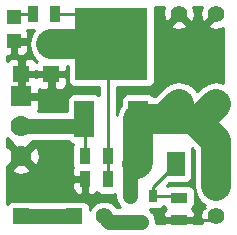
<source format=gtl>
G04 (created by PCBNEW (2013-07-07 BZR 4022)-stable) date 10/06/2015 20:15:53*
%MOIN*%
G04 Gerber Fmt 3.4, Leading zero omitted, Abs format*
%FSLAX34Y34*%
G01*
G70*
G90*
G04 APERTURE LIST*
%ADD10C,0.00590551*%
%ADD11R,0.055X0.055*%
%ADD12R,0.0315X0.0394*%
%ADD13R,0.06X0.08*%
%ADD14R,0.035X0.055*%
%ADD15R,0.055X0.035*%
%ADD16C,0.055*%
%ADD17R,0.0472X0.0472*%
%ADD18R,0.065X0.12*%
%ADD19R,0.24X0.24*%
%ADD20C,0.07*%
%ADD21R,0.07X0.07*%
%ADD22C,0.065*%
%ADD23C,0.035*%
%ADD24C,0.01*%
%ADD25C,0.1*%
%ADD26C,0.05*%
G04 APERTURE END LIST*
G54D10*
G54D11*
X41500Y-32000D03*
X35000Y-34250D03*
X36000Y-29500D03*
X36000Y-28500D03*
X35000Y-29500D03*
G54D12*
X39000Y-34433D03*
X38625Y-33567D03*
X39375Y-33567D03*
G54D13*
X40150Y-32500D03*
X38850Y-32500D03*
G54D14*
X36125Y-27500D03*
X35375Y-27500D03*
G54D15*
X40250Y-33625D03*
X40250Y-34375D03*
G54D14*
X37875Y-33000D03*
X37125Y-33000D03*
X37125Y-32250D03*
X37875Y-32250D03*
G54D11*
X36750Y-34250D03*
G54D16*
X37750Y-34250D03*
G54D17*
X34750Y-27587D03*
X34750Y-28413D03*
G54D18*
X37100Y-31000D03*
G54D19*
X38000Y-28500D03*
G54D18*
X38900Y-31000D03*
G54D11*
X40250Y-30500D03*
G54D16*
X40250Y-27500D03*
G54D11*
X41500Y-30500D03*
G54D16*
X41500Y-27500D03*
X41500Y-33250D03*
X41500Y-34250D03*
G54D20*
X35000Y-32250D03*
X35000Y-31250D03*
G54D21*
X35000Y-30250D03*
G54D22*
X38000Y-28500D03*
G54D23*
X37000Y-27500D03*
X37000Y-29500D03*
X37500Y-29500D03*
X38000Y-29500D03*
X38500Y-29500D03*
X39000Y-29500D03*
X38750Y-29250D03*
X38250Y-29250D03*
X37750Y-29250D03*
X37250Y-29250D03*
X37000Y-29000D03*
X37000Y-28500D03*
X37250Y-28250D03*
X37500Y-28500D03*
X37250Y-28750D03*
X37500Y-29000D03*
X38000Y-29000D03*
X38500Y-29000D03*
X39000Y-29000D03*
X38750Y-28750D03*
X38500Y-28500D03*
X39000Y-28500D03*
X38750Y-28250D03*
X39000Y-28000D03*
X38500Y-28000D03*
X38000Y-28000D03*
X37500Y-28000D03*
X37000Y-28000D03*
X37250Y-27750D03*
X37750Y-27750D03*
X38250Y-27750D03*
X38750Y-27750D03*
X39000Y-27500D03*
X38500Y-27500D03*
X38000Y-27500D03*
X37500Y-27500D03*
G54D24*
X37000Y-27500D02*
X37500Y-27500D01*
X37500Y-29500D02*
X37000Y-29500D01*
X38500Y-29500D02*
X38000Y-29500D01*
X38750Y-29250D02*
X39000Y-29500D01*
X37750Y-29250D02*
X38250Y-29250D01*
X37000Y-29000D02*
X37250Y-29250D01*
X37250Y-28250D02*
X37000Y-28500D01*
X37250Y-28750D02*
X37500Y-28500D01*
X38000Y-29000D02*
X37500Y-29000D01*
X39000Y-29000D02*
X38500Y-29000D01*
X38500Y-28500D02*
X38750Y-28750D01*
X38750Y-28250D02*
X39000Y-28500D01*
X38500Y-28000D02*
X39000Y-28000D01*
X37500Y-28000D02*
X38000Y-28000D01*
X37250Y-27750D02*
X37000Y-28000D01*
X38250Y-27750D02*
X37750Y-27750D01*
X39000Y-27500D02*
X38750Y-27750D01*
X38000Y-27500D02*
X38500Y-27500D01*
X37875Y-32250D02*
X37875Y-28625D01*
X37875Y-28625D02*
X38000Y-28500D01*
X37875Y-33000D02*
X37875Y-32250D01*
X36125Y-27500D02*
X37000Y-27500D01*
G54D25*
X36000Y-28500D02*
X38000Y-28500D01*
X41500Y-33250D02*
X41500Y-32000D01*
G54D26*
X38625Y-33567D02*
X38625Y-32725D01*
X38625Y-32725D02*
X38850Y-32500D01*
G54D25*
X38900Y-31000D02*
X38900Y-32450D01*
X38900Y-32450D02*
X38850Y-32500D01*
X41500Y-32000D02*
X41500Y-31750D01*
X41500Y-31750D02*
X40750Y-31000D01*
X38900Y-31000D02*
X40750Y-31000D01*
X40750Y-31000D02*
X41000Y-31000D01*
X41000Y-31000D02*
X41500Y-30500D01*
X38900Y-31000D02*
X39750Y-31000D01*
X39750Y-31000D02*
X40250Y-30500D01*
G54D26*
X39000Y-34433D02*
X37933Y-34433D01*
X37933Y-34433D02*
X37750Y-34250D01*
X35000Y-34250D02*
X36750Y-34250D01*
G54D24*
X40250Y-34375D02*
X41375Y-34375D01*
X41375Y-34375D02*
X41500Y-34250D01*
G54D26*
X35000Y-31250D02*
X36850Y-31250D01*
X36850Y-31250D02*
X37100Y-31000D01*
G54D24*
X37125Y-32250D02*
X37125Y-31025D01*
X37125Y-31025D02*
X37100Y-31000D01*
X35375Y-27500D02*
X34837Y-27500D01*
X34837Y-27500D02*
X34750Y-27587D01*
X39375Y-33567D02*
X40192Y-33567D01*
X40192Y-33567D02*
X40250Y-33625D01*
X39375Y-33567D02*
X39375Y-33275D01*
X39375Y-33275D02*
X40150Y-32500D01*
G54D10*
G36*
X37575Y-30196D02*
X37566Y-30188D01*
X37474Y-30150D01*
X37375Y-30149D01*
X36725Y-30149D01*
X36633Y-30187D01*
X36563Y-30258D01*
X36525Y-30350D01*
X36525Y-30350D01*
X36525Y-29725D01*
X36525Y-29637D01*
X36462Y-29575D01*
X36075Y-29575D01*
X36075Y-29962D01*
X36137Y-30025D01*
X36324Y-30025D01*
X36416Y-29987D01*
X36486Y-29916D01*
X36524Y-29824D01*
X36525Y-29725D01*
X36525Y-30350D01*
X36524Y-30449D01*
X36524Y-30750D01*
X35925Y-30750D01*
X35925Y-29962D01*
X35925Y-29575D01*
X35537Y-29575D01*
X35500Y-29612D01*
X35462Y-29575D01*
X35075Y-29575D01*
X35075Y-29712D01*
X35075Y-29962D01*
X35075Y-30175D01*
X35537Y-30175D01*
X35600Y-30112D01*
X35600Y-29993D01*
X35675Y-30025D01*
X35862Y-30025D01*
X35925Y-29962D01*
X35925Y-30750D01*
X35553Y-30750D01*
X35561Y-30741D01*
X35599Y-30649D01*
X35600Y-30550D01*
X35600Y-30387D01*
X35537Y-30325D01*
X35075Y-30325D01*
X35075Y-30332D01*
X34925Y-30332D01*
X34925Y-30325D01*
X34917Y-30325D01*
X34917Y-30175D01*
X34925Y-30175D01*
X34925Y-29962D01*
X34925Y-29712D01*
X34925Y-29575D01*
X34917Y-29575D01*
X34917Y-29425D01*
X34925Y-29425D01*
X34925Y-29037D01*
X34862Y-28975D01*
X34675Y-28974D01*
X34583Y-29012D01*
X34525Y-29071D01*
X34525Y-28899D01*
X34563Y-28899D01*
X34612Y-28899D01*
X34675Y-28836D01*
X34675Y-28488D01*
X34667Y-28488D01*
X34667Y-28338D01*
X34675Y-28338D01*
X34675Y-28330D01*
X34825Y-28330D01*
X34825Y-28338D01*
X35173Y-28338D01*
X35236Y-28275D01*
X35236Y-28127D01*
X35198Y-28035D01*
X35187Y-28024D01*
X35249Y-28025D01*
X35432Y-28025D01*
X35307Y-28212D01*
X35250Y-28500D01*
X35307Y-28787D01*
X35469Y-29030D01*
X35527Y-29068D01*
X35513Y-29083D01*
X35500Y-29114D01*
X35486Y-29083D01*
X35416Y-29012D01*
X35324Y-28974D01*
X35236Y-28974D01*
X35236Y-28698D01*
X35236Y-28550D01*
X35173Y-28488D01*
X34825Y-28488D01*
X34825Y-28836D01*
X34887Y-28899D01*
X34936Y-28899D01*
X35035Y-28898D01*
X35127Y-28860D01*
X35198Y-28790D01*
X35236Y-28698D01*
X35236Y-28974D01*
X35137Y-28975D01*
X35075Y-29037D01*
X35075Y-29425D01*
X35462Y-29425D01*
X35500Y-29387D01*
X35537Y-29425D01*
X35925Y-29425D01*
X35925Y-29417D01*
X36075Y-29417D01*
X36075Y-29425D01*
X36462Y-29425D01*
X36525Y-29362D01*
X36525Y-29274D01*
X36525Y-29250D01*
X36549Y-29250D01*
X36549Y-29749D01*
X36587Y-29841D01*
X36658Y-29911D01*
X36750Y-29949D01*
X36849Y-29950D01*
X37575Y-29950D01*
X37575Y-30196D01*
X37575Y-30196D01*
G37*
G54D24*
X37575Y-30196D02*
X37566Y-30188D01*
X37474Y-30150D01*
X37375Y-30149D01*
X36725Y-30149D01*
X36633Y-30187D01*
X36563Y-30258D01*
X36525Y-30350D01*
X36525Y-30350D01*
X36525Y-29725D01*
X36525Y-29637D01*
X36462Y-29575D01*
X36075Y-29575D01*
X36075Y-29962D01*
X36137Y-30025D01*
X36324Y-30025D01*
X36416Y-29987D01*
X36486Y-29916D01*
X36524Y-29824D01*
X36525Y-29725D01*
X36525Y-30350D01*
X36524Y-30449D01*
X36524Y-30750D01*
X35925Y-30750D01*
X35925Y-29962D01*
X35925Y-29575D01*
X35537Y-29575D01*
X35500Y-29612D01*
X35462Y-29575D01*
X35075Y-29575D01*
X35075Y-29712D01*
X35075Y-29962D01*
X35075Y-30175D01*
X35537Y-30175D01*
X35600Y-30112D01*
X35600Y-29993D01*
X35675Y-30025D01*
X35862Y-30025D01*
X35925Y-29962D01*
X35925Y-30750D01*
X35553Y-30750D01*
X35561Y-30741D01*
X35599Y-30649D01*
X35600Y-30550D01*
X35600Y-30387D01*
X35537Y-30325D01*
X35075Y-30325D01*
X35075Y-30332D01*
X34925Y-30332D01*
X34925Y-30325D01*
X34917Y-30325D01*
X34917Y-30175D01*
X34925Y-30175D01*
X34925Y-29962D01*
X34925Y-29712D01*
X34925Y-29575D01*
X34917Y-29575D01*
X34917Y-29425D01*
X34925Y-29425D01*
X34925Y-29037D01*
X34862Y-28975D01*
X34675Y-28974D01*
X34583Y-29012D01*
X34525Y-29071D01*
X34525Y-28899D01*
X34563Y-28899D01*
X34612Y-28899D01*
X34675Y-28836D01*
X34675Y-28488D01*
X34667Y-28488D01*
X34667Y-28338D01*
X34675Y-28338D01*
X34675Y-28330D01*
X34825Y-28330D01*
X34825Y-28338D01*
X35173Y-28338D01*
X35236Y-28275D01*
X35236Y-28127D01*
X35198Y-28035D01*
X35187Y-28024D01*
X35249Y-28025D01*
X35432Y-28025D01*
X35307Y-28212D01*
X35250Y-28500D01*
X35307Y-28787D01*
X35469Y-29030D01*
X35527Y-29068D01*
X35513Y-29083D01*
X35500Y-29114D01*
X35486Y-29083D01*
X35416Y-29012D01*
X35324Y-28974D01*
X35236Y-28974D01*
X35236Y-28698D01*
X35236Y-28550D01*
X35173Y-28488D01*
X34825Y-28488D01*
X34825Y-28836D01*
X34887Y-28899D01*
X34936Y-28899D01*
X35035Y-28898D01*
X35127Y-28860D01*
X35198Y-28790D01*
X35236Y-28698D01*
X35236Y-28974D01*
X35137Y-28975D01*
X35075Y-29037D01*
X35075Y-29425D01*
X35462Y-29425D01*
X35500Y-29387D01*
X35537Y-29425D01*
X35925Y-29425D01*
X35925Y-29417D01*
X36075Y-29417D01*
X36075Y-29425D01*
X36462Y-29425D01*
X36525Y-29362D01*
X36525Y-29274D01*
X36525Y-29250D01*
X36549Y-29250D01*
X36549Y-29749D01*
X36587Y-29841D01*
X36658Y-29911D01*
X36750Y-29949D01*
X36849Y-29950D01*
X37575Y-29950D01*
X37575Y-30196D01*
G54D10*
G36*
X38282Y-33933D02*
X38175Y-33933D01*
X38047Y-33805D01*
X37854Y-33725D01*
X37646Y-33724D01*
X37453Y-33804D01*
X37305Y-33952D01*
X37275Y-34024D01*
X37275Y-33925D01*
X37237Y-33833D01*
X37166Y-33763D01*
X37074Y-33725D01*
X37050Y-33725D01*
X37050Y-33462D01*
X37050Y-33075D01*
X36762Y-33075D01*
X36700Y-33137D01*
X36699Y-33225D01*
X36700Y-33324D01*
X36738Y-33416D01*
X36808Y-33487D01*
X36900Y-33525D01*
X36987Y-33525D01*
X37050Y-33462D01*
X37050Y-33725D01*
X36975Y-33724D01*
X36425Y-33724D01*
X36364Y-33750D01*
X35607Y-33750D01*
X35607Y-32318D01*
X35587Y-32080D01*
X35535Y-31953D01*
X35437Y-31918D01*
X35106Y-32250D01*
X35437Y-32581D01*
X35535Y-32546D01*
X35607Y-32318D01*
X35607Y-33750D01*
X35385Y-33750D01*
X35331Y-33727D01*
X35331Y-32687D01*
X35000Y-32356D01*
X34668Y-32687D01*
X34703Y-32785D01*
X34931Y-32857D01*
X35169Y-32837D01*
X35296Y-32785D01*
X35331Y-32687D01*
X35331Y-33727D01*
X35324Y-33725D01*
X35225Y-33724D01*
X34675Y-33724D01*
X34583Y-33762D01*
X34525Y-33821D01*
X34525Y-32568D01*
X34562Y-32581D01*
X34893Y-32250D01*
X34562Y-31918D01*
X34525Y-31931D01*
X34525Y-31623D01*
X34659Y-31758D01*
X34684Y-31768D01*
X34668Y-31812D01*
X35000Y-32143D01*
X35331Y-31812D01*
X35315Y-31768D01*
X35339Y-31758D01*
X35348Y-31750D01*
X36571Y-31750D01*
X36633Y-31811D01*
X36725Y-31849D01*
X36731Y-31849D01*
X36700Y-31925D01*
X36699Y-32024D01*
X36699Y-32574D01*
X36720Y-32625D01*
X36700Y-32675D01*
X36699Y-32774D01*
X36700Y-32862D01*
X36762Y-32925D01*
X37050Y-32925D01*
X37050Y-32917D01*
X37200Y-32917D01*
X37200Y-32925D01*
X37207Y-32925D01*
X37207Y-33075D01*
X37200Y-33075D01*
X37200Y-33462D01*
X37262Y-33525D01*
X37349Y-33525D01*
X37441Y-33487D01*
X37500Y-33428D01*
X37558Y-33486D01*
X37650Y-33524D01*
X37749Y-33525D01*
X38099Y-33525D01*
X38125Y-33514D01*
X38125Y-33567D01*
X38163Y-33758D01*
X38245Y-33882D01*
X38255Y-33905D01*
X38282Y-33933D01*
X38282Y-33933D01*
G37*
G54D24*
X38282Y-33933D02*
X38175Y-33933D01*
X38047Y-33805D01*
X37854Y-33725D01*
X37646Y-33724D01*
X37453Y-33804D01*
X37305Y-33952D01*
X37275Y-34024D01*
X37275Y-33925D01*
X37237Y-33833D01*
X37166Y-33763D01*
X37074Y-33725D01*
X37050Y-33725D01*
X37050Y-33462D01*
X37050Y-33075D01*
X36762Y-33075D01*
X36700Y-33137D01*
X36699Y-33225D01*
X36700Y-33324D01*
X36738Y-33416D01*
X36808Y-33487D01*
X36900Y-33525D01*
X36987Y-33525D01*
X37050Y-33462D01*
X37050Y-33725D01*
X36975Y-33724D01*
X36425Y-33724D01*
X36364Y-33750D01*
X35607Y-33750D01*
X35607Y-32318D01*
X35587Y-32080D01*
X35535Y-31953D01*
X35437Y-31918D01*
X35106Y-32250D01*
X35437Y-32581D01*
X35535Y-32546D01*
X35607Y-32318D01*
X35607Y-33750D01*
X35385Y-33750D01*
X35331Y-33727D01*
X35331Y-32687D01*
X35000Y-32356D01*
X34668Y-32687D01*
X34703Y-32785D01*
X34931Y-32857D01*
X35169Y-32837D01*
X35296Y-32785D01*
X35331Y-32687D01*
X35331Y-33727D01*
X35324Y-33725D01*
X35225Y-33724D01*
X34675Y-33724D01*
X34583Y-33762D01*
X34525Y-33821D01*
X34525Y-32568D01*
X34562Y-32581D01*
X34893Y-32250D01*
X34562Y-31918D01*
X34525Y-31931D01*
X34525Y-31623D01*
X34659Y-31758D01*
X34684Y-31768D01*
X34668Y-31812D01*
X35000Y-32143D01*
X35331Y-31812D01*
X35315Y-31768D01*
X35339Y-31758D01*
X35348Y-31750D01*
X36571Y-31750D01*
X36633Y-31811D01*
X36725Y-31849D01*
X36731Y-31849D01*
X36700Y-31925D01*
X36699Y-32024D01*
X36699Y-32574D01*
X36720Y-32625D01*
X36700Y-32675D01*
X36699Y-32774D01*
X36700Y-32862D01*
X36762Y-32925D01*
X37050Y-32925D01*
X37050Y-32917D01*
X37200Y-32917D01*
X37200Y-32925D01*
X37207Y-32925D01*
X37207Y-33075D01*
X37200Y-33075D01*
X37200Y-33462D01*
X37262Y-33525D01*
X37349Y-33525D01*
X37441Y-33487D01*
X37500Y-33428D01*
X37558Y-33486D01*
X37650Y-33524D01*
X37749Y-33525D01*
X38099Y-33525D01*
X38125Y-33514D01*
X38125Y-33567D01*
X38163Y-33758D01*
X38245Y-33882D01*
X38255Y-33905D01*
X38282Y-33933D01*
G54D10*
G36*
X41116Y-33972D02*
X41027Y-33999D01*
X40967Y-34199D01*
X40988Y-34406D01*
X41016Y-34475D01*
X40737Y-34475D01*
X40712Y-34450D01*
X40325Y-34450D01*
X40325Y-34457D01*
X40175Y-34457D01*
X40175Y-34450D01*
X39787Y-34450D01*
X39762Y-34475D01*
X39491Y-34475D01*
X39500Y-34433D01*
X39461Y-34241D01*
X39379Y-34117D01*
X39369Y-34094D01*
X39299Y-34024D01*
X39274Y-34014D01*
X39582Y-34014D01*
X39673Y-33976D01*
X39744Y-33905D01*
X39746Y-33901D01*
X39762Y-33941D01*
X39821Y-34000D01*
X39762Y-34058D01*
X39724Y-34150D01*
X39725Y-34237D01*
X39787Y-34300D01*
X40175Y-34300D01*
X40175Y-34292D01*
X40325Y-34292D01*
X40325Y-34300D01*
X40712Y-34300D01*
X40775Y-34237D01*
X40775Y-34150D01*
X40737Y-34058D01*
X40678Y-33999D01*
X40736Y-33941D01*
X40774Y-33849D01*
X40775Y-33750D01*
X40775Y-33400D01*
X40737Y-33308D01*
X40666Y-33238D01*
X40574Y-33200D01*
X40475Y-33199D01*
X39925Y-33199D01*
X39838Y-33235D01*
X39924Y-33150D01*
X40499Y-33150D01*
X40591Y-33112D01*
X40661Y-33041D01*
X40699Y-32949D01*
X40700Y-32850D01*
X40700Y-32050D01*
X40672Y-31982D01*
X40750Y-32060D01*
X40750Y-33250D01*
X40807Y-33537D01*
X40969Y-33780D01*
X41116Y-33878D01*
X41069Y-33925D01*
X41116Y-33972D01*
X41116Y-33972D01*
G37*
G54D24*
X41116Y-33972D02*
X41027Y-33999D01*
X40967Y-34199D01*
X40988Y-34406D01*
X41016Y-34475D01*
X40737Y-34475D01*
X40712Y-34450D01*
X40325Y-34450D01*
X40325Y-34457D01*
X40175Y-34457D01*
X40175Y-34450D01*
X39787Y-34450D01*
X39762Y-34475D01*
X39491Y-34475D01*
X39500Y-34433D01*
X39461Y-34241D01*
X39379Y-34117D01*
X39369Y-34094D01*
X39299Y-34024D01*
X39274Y-34014D01*
X39582Y-34014D01*
X39673Y-33976D01*
X39744Y-33905D01*
X39746Y-33901D01*
X39762Y-33941D01*
X39821Y-34000D01*
X39762Y-34058D01*
X39724Y-34150D01*
X39725Y-34237D01*
X39787Y-34300D01*
X40175Y-34300D01*
X40175Y-34292D01*
X40325Y-34292D01*
X40325Y-34300D01*
X40712Y-34300D01*
X40775Y-34237D01*
X40775Y-34150D01*
X40737Y-34058D01*
X40678Y-33999D01*
X40736Y-33941D01*
X40774Y-33849D01*
X40775Y-33750D01*
X40775Y-33400D01*
X40737Y-33308D01*
X40666Y-33238D01*
X40574Y-33200D01*
X40475Y-33199D01*
X39925Y-33199D01*
X39838Y-33235D01*
X39924Y-33150D01*
X40499Y-33150D01*
X40591Y-33112D01*
X40661Y-33041D01*
X40699Y-32949D01*
X40700Y-32850D01*
X40700Y-32050D01*
X40672Y-31982D01*
X40750Y-32060D01*
X40750Y-33250D01*
X40807Y-33537D01*
X40969Y-33780D01*
X41116Y-33878D01*
X41069Y-33925D01*
X41116Y-33972D01*
G54D10*
G36*
X41611Y-34255D02*
X41505Y-34361D01*
X41500Y-34356D01*
X41494Y-34361D01*
X41388Y-34255D01*
X41393Y-34250D01*
X41388Y-34244D01*
X41494Y-34138D01*
X41500Y-34143D01*
X41505Y-34138D01*
X41611Y-34244D01*
X41606Y-34250D01*
X41611Y-34255D01*
X41611Y-34255D01*
G37*
G54D24*
X41611Y-34255D02*
X41505Y-34361D01*
X41500Y-34356D01*
X41494Y-34361D01*
X41388Y-34255D01*
X41393Y-34250D01*
X41388Y-34244D01*
X41494Y-34138D01*
X41500Y-34143D01*
X41505Y-34138D01*
X41611Y-34244D01*
X41606Y-34250D01*
X41611Y-34255D01*
G54D10*
G36*
X41725Y-29794D02*
X41500Y-29750D01*
X41212Y-29807D01*
X40969Y-29969D01*
X40856Y-30083D01*
X40780Y-29969D01*
X40537Y-29807D01*
X40527Y-29805D01*
X40527Y-27883D01*
X40250Y-27606D01*
X39972Y-27883D01*
X39999Y-27972D01*
X40199Y-28032D01*
X40406Y-28011D01*
X40500Y-27972D01*
X40527Y-27883D01*
X40527Y-29805D01*
X40250Y-29750D01*
X39962Y-29807D01*
X39719Y-29969D01*
X39439Y-30250D01*
X39428Y-30250D01*
X39366Y-30188D01*
X39274Y-30150D01*
X39175Y-30149D01*
X38525Y-30149D01*
X38433Y-30187D01*
X38363Y-30258D01*
X38325Y-30350D01*
X38324Y-30449D01*
X38324Y-30536D01*
X38207Y-30712D01*
X38175Y-30874D01*
X38175Y-29950D01*
X39249Y-29950D01*
X39341Y-29912D01*
X39411Y-29841D01*
X39449Y-29749D01*
X39450Y-29650D01*
X39450Y-27275D01*
X39769Y-27275D01*
X39717Y-27449D01*
X39738Y-27656D01*
X39777Y-27750D01*
X39866Y-27777D01*
X40143Y-27500D01*
X40138Y-27494D01*
X40244Y-27388D01*
X40250Y-27393D01*
X40255Y-27388D01*
X40361Y-27494D01*
X40356Y-27500D01*
X40633Y-27777D01*
X40722Y-27750D01*
X40782Y-27550D01*
X40761Y-27343D01*
X40733Y-27275D01*
X41019Y-27275D01*
X40967Y-27449D01*
X40988Y-27656D01*
X41027Y-27750D01*
X41116Y-27777D01*
X41393Y-27500D01*
X41388Y-27494D01*
X41494Y-27388D01*
X41500Y-27393D01*
X41505Y-27388D01*
X41611Y-27494D01*
X41606Y-27500D01*
X41611Y-27505D01*
X41505Y-27611D01*
X41500Y-27606D01*
X41222Y-27883D01*
X41249Y-27972D01*
X41449Y-28032D01*
X41656Y-28011D01*
X41725Y-27983D01*
X41725Y-29794D01*
X41725Y-29794D01*
G37*
G54D24*
X41725Y-29794D02*
X41500Y-29750D01*
X41212Y-29807D01*
X40969Y-29969D01*
X40856Y-30083D01*
X40780Y-29969D01*
X40537Y-29807D01*
X40527Y-29805D01*
X40527Y-27883D01*
X40250Y-27606D01*
X39972Y-27883D01*
X39999Y-27972D01*
X40199Y-28032D01*
X40406Y-28011D01*
X40500Y-27972D01*
X40527Y-27883D01*
X40527Y-29805D01*
X40250Y-29750D01*
X39962Y-29807D01*
X39719Y-29969D01*
X39439Y-30250D01*
X39428Y-30250D01*
X39366Y-30188D01*
X39274Y-30150D01*
X39175Y-30149D01*
X38525Y-30149D01*
X38433Y-30187D01*
X38363Y-30258D01*
X38325Y-30350D01*
X38324Y-30449D01*
X38324Y-30536D01*
X38207Y-30712D01*
X38175Y-30874D01*
X38175Y-29950D01*
X39249Y-29950D01*
X39341Y-29912D01*
X39411Y-29841D01*
X39449Y-29749D01*
X39450Y-29650D01*
X39450Y-27275D01*
X39769Y-27275D01*
X39717Y-27449D01*
X39738Y-27656D01*
X39777Y-27750D01*
X39866Y-27777D01*
X40143Y-27500D01*
X40138Y-27494D01*
X40244Y-27388D01*
X40250Y-27393D01*
X40255Y-27388D01*
X40361Y-27494D01*
X40356Y-27500D01*
X40633Y-27777D01*
X40722Y-27750D01*
X40782Y-27550D01*
X40761Y-27343D01*
X40733Y-27275D01*
X41019Y-27275D01*
X40967Y-27449D01*
X40988Y-27656D01*
X41027Y-27750D01*
X41116Y-27777D01*
X41393Y-27500D01*
X41388Y-27494D01*
X41494Y-27388D01*
X41500Y-27393D01*
X41505Y-27388D01*
X41611Y-27494D01*
X41606Y-27500D01*
X41611Y-27505D01*
X41505Y-27611D01*
X41500Y-27606D01*
X41222Y-27883D01*
X41249Y-27972D01*
X41449Y-28032D01*
X41656Y-28011D01*
X41725Y-27983D01*
X41725Y-29794D01*
M02*

</source>
